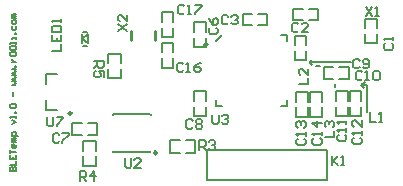
<source format=gto>
G04 Layer_Color=65535*
%FSLAX44Y44*%
%MOMM*%
G71*
G01*
G75*
%ADD27C,0.2032*%
%ADD28C,0.2000*%
%ADD29C,0.2540*%
%ADD38C,0.2500*%
%ADD39C,0.1500*%
%ADD40C,0.1270*%
%ADD41C,0.1520*%
%ADD42C,0.1524*%
%ADD43C,0.1400*%
D27*
X934416Y614364D02*
Y619364D01*
X929415D02*
X934416D01*
Y559364D02*
Y564364D01*
X929415Y559364D02*
X934416D01*
X874416Y614364D02*
X879416Y619364D01*
X874416Y559364D02*
Y564364D01*
Y559364D02*
X879416D01*
X974480Y575252D02*
Y578252D01*
X968006Y581946D02*
X971006D01*
X959006Y592946D02*
X962006D01*
D28*
X730500Y578000D02*
Y586500D01*
X739500D01*
X730500Y555500D02*
Y564000D01*
Y555500D02*
X739500D01*
X866100Y496300D02*
X967700D01*
Y521700D01*
X866100Y496300D02*
Y521700D01*
X967700D01*
X761500Y622250D02*
X764500D01*
X761500Y609750D02*
X764500D01*
X765540Y612190D02*
Y619810D01*
X760460Y616000D02*
X765540Y619810D01*
X760460Y616000D02*
X765540Y612190D01*
X760460D02*
Y619810D01*
D29*
X824000Y519500D02*
G03*
X824000Y519500I-1250J0D01*
G01*
X822000Y615000D02*
Y623000D01*
X802000Y615000D02*
Y623000D01*
D38*
X751750Y553000D02*
G03*
X751750Y553000I-1250J0D01*
G01*
X866666Y611364D02*
G03*
X866666Y611364I-1250J0D01*
G01*
D39*
X786750Y520000D02*
X818250D01*
X786750Y552500D02*
X818500D01*
X786750Y520000D02*
Y521500D01*
Y551250D02*
Y552500D01*
X818750Y551250D02*
Y552500D01*
X818250Y520000D02*
Y521500D01*
X997164Y576752D02*
X1000212Y579800D01*
X1001609Y554273D02*
Y576752D01*
X953476Y596056D02*
X988528D01*
X997164Y576752D02*
X999704D01*
X997164D02*
X999450Y574466D01*
X999704Y576752D02*
X1001609D01*
X953476Y596056D02*
Y596564D01*
X955254Y598342D01*
X953476Y595548D02*
Y596056D01*
Y595548D02*
X955254Y593770D01*
D40*
X963756Y549946D02*
Y557946D01*
Y562946D02*
Y570946D01*
X953756D02*
X963756D01*
X953756Y562946D02*
Y570946D01*
Y549946D02*
Y557946D01*
Y549946D02*
X963756D01*
X793500Y582500D02*
Y590500D01*
Y595500D02*
Y603500D01*
X782500D02*
X793500D01*
X782500Y595500D02*
Y603500D01*
Y582500D02*
Y590500D01*
Y582500D02*
X793500D01*
X828000Y630500D02*
Y638500D01*
Y617500D02*
Y625500D01*
Y617500D02*
X838000D01*
Y625500D01*
Y630500D02*
Y638500D01*
X828000D02*
X838000D01*
Y591500D02*
Y599500D01*
Y604500D02*
Y612500D01*
X828000D02*
X838000D01*
X828000Y604500D02*
Y612500D01*
Y591500D02*
Y599500D01*
Y591500D02*
X838000D01*
X752500Y535000D02*
X760500D01*
X765500D02*
X773500D01*
Y545000D01*
X765500D02*
X773500D01*
X752500D02*
X760500D01*
X752500Y535000D02*
Y545000D01*
X761500Y529500D02*
X772500D01*
Y521500D02*
Y529500D01*
Y508500D02*
Y516500D01*
X761500Y508500D02*
X772500D01*
X761500D02*
Y516500D01*
Y521500D02*
Y529500D01*
X835500Y519500D02*
Y530500D01*
X843500D01*
X848500D02*
X856500D01*
Y519500D02*
Y530500D01*
X848500Y519500D02*
X856500D01*
X835500D02*
X843500D01*
X865258Y550504D02*
Y558504D01*
Y563504D02*
Y571504D01*
X855258D02*
X865258D01*
X855258Y563504D02*
Y571504D01*
Y550504D02*
Y558504D01*
Y550504D02*
X865258D01*
X951872Y549996D02*
Y557996D01*
Y562996D02*
Y570996D01*
X941872D02*
X951872D01*
X941872Y562996D02*
Y570996D01*
Y549996D02*
Y557996D01*
Y549996D02*
X951872D01*
X978328Y592420D02*
X986328D01*
X965328D02*
X973328D01*
X965328Y582420D02*
Y592420D01*
Y582420D02*
X973328D01*
X978328D02*
X986328D01*
Y592420D01*
X950602Y597748D02*
Y605748D01*
Y610748D02*
Y618748D01*
X940602D02*
X950602D01*
X940602Y610748D02*
Y618748D01*
Y597748D02*
Y605748D01*
Y597748D02*
X950602D01*
X855512Y622178D02*
Y630178D01*
Y609178D02*
Y617178D01*
Y609178D02*
X865512D01*
Y617178D01*
Y622178D02*
Y630178D01*
X855512D02*
X865512D01*
X909506Y637494D02*
X917506D01*
X896506D02*
X904506D01*
X896506Y627494D02*
Y637494D01*
Y627494D02*
X904506D01*
X909506D02*
X917506D01*
Y637494D01*
X939420Y631696D02*
X947420D01*
X952420D02*
X960420D01*
Y641696D01*
X952420D02*
X960420D01*
X939420D02*
X947420D01*
X939420Y631696D02*
Y641696D01*
X1000292Y625226D02*
Y633226D01*
Y612226D02*
Y620226D01*
Y612226D02*
X1010292D01*
Y620226D01*
Y625226D02*
Y633226D01*
X1000292D02*
X1010292D01*
X985400Y550758D02*
Y558758D01*
Y563758D02*
Y571758D01*
X975400D02*
X985400D01*
X975400Y563758D02*
Y571758D01*
Y550758D02*
Y558758D01*
Y550758D02*
X985400D01*
X997084D02*
Y558758D01*
Y563758D02*
Y571758D01*
X987084D02*
X997084D01*
X987084Y563758D02*
Y571758D01*
Y550758D02*
Y558758D01*
Y550758D02*
X997084D01*
D41*
X771000Y597000D02*
X778997D01*
Y593001D01*
X777664Y591668D01*
X774999D01*
X773666Y593001D01*
Y597000D01*
Y594334D02*
X771000Y591668D01*
X778997Y583671D02*
Y589003D01*
X774999D01*
X776332Y586337D01*
Y585004D01*
X774999Y583671D01*
X772333D01*
X771000Y585004D01*
Y587670D01*
X772333Y589003D01*
X735003Y606000D02*
X743000D01*
Y611332D01*
X735003Y619329D02*
Y613997D01*
X743000D01*
Y619329D01*
X739001Y613997D02*
Y616663D01*
X735003Y621995D02*
X743000D01*
Y625994D01*
X741667Y627327D01*
X736336D01*
X735003Y625994D01*
Y621995D01*
X743000Y629992D02*
Y632658D01*
Y631325D01*
X735003D01*
X736336Y629992D01*
X972000Y516997D02*
Y509000D01*
Y511666D01*
X977332Y516997D01*
X973333Y512999D01*
X977332Y509000D01*
X979997D02*
X982663D01*
X981330D01*
Y516997D01*
X979997Y515664D01*
X741332Y534664D02*
X739999Y535997D01*
X737333D01*
X736000Y534664D01*
Y529333D01*
X737333Y528000D01*
X739999D01*
X741332Y529333D01*
X743997Y535997D02*
X749329D01*
Y534664D01*
X743997Y529333D01*
Y528000D01*
X731000Y549997D02*
Y543333D01*
X732333Y542000D01*
X734999D01*
X736332Y543333D01*
Y549997D01*
X738997D02*
X744329D01*
Y548665D01*
X738997Y543333D01*
Y542000D01*
X846332Y594664D02*
X844999Y595997D01*
X842333D01*
X841000Y594664D01*
Y589333D01*
X842333Y588000D01*
X844999D01*
X846332Y589333D01*
X848997Y588000D02*
X851663D01*
X850330D01*
Y595997D01*
X848997Y594664D01*
X860994Y595997D02*
X858328Y594664D01*
X855662Y591999D01*
Y589333D01*
X856995Y588000D01*
X859661D01*
X860994Y589333D01*
Y590666D01*
X859661Y591999D01*
X855662D01*
X847332Y643664D02*
X845999Y644997D01*
X843333D01*
X842000Y643664D01*
Y638333D01*
X843333Y637000D01*
X845999D01*
X847332Y638333D01*
X849997Y637000D02*
X852663D01*
X851330D01*
Y644997D01*
X849997Y643664D01*
X856662Y644997D02*
X861994D01*
Y643664D01*
X856662Y638333D01*
Y637000D01*
X791003Y623000D02*
X799000Y628332D01*
X791003D02*
X799000Y623000D01*
Y636329D02*
Y630997D01*
X793668Y636329D01*
X792336D01*
X791003Y634996D01*
Y632330D01*
X792336Y630997D01*
D42*
X956972Y531792D02*
X955639Y530459D01*
Y527793D01*
X956972Y526460D01*
X962303D01*
X963636Y527793D01*
Y530459D01*
X962303Y531792D01*
X963636Y534457D02*
Y537123D01*
Y535790D01*
X955639D01*
X956972Y534457D01*
X963636Y545121D02*
X955639D01*
X959637Y541122D01*
Y546454D01*
X797000Y514997D02*
Y508333D01*
X798333Y507000D01*
X800999D01*
X802332Y508333D01*
Y514997D01*
X810329Y507000D02*
X804997D01*
X810329Y512332D01*
Y513665D01*
X808996Y514997D01*
X806330D01*
X804997Y513665D01*
X1004276Y553761D02*
Y545764D01*
X1009608D01*
X1012273D02*
X1014939D01*
X1013606D01*
Y553761D01*
X1012273Y552429D01*
X990753Y532300D02*
X989421Y530967D01*
Y528301D01*
X990753Y526968D01*
X996085D01*
X997418Y528301D01*
Y530967D01*
X996085Y532300D01*
X997418Y534965D02*
Y537631D01*
Y536298D01*
X989421D01*
X990753Y534965D01*
X997418Y546962D02*
Y541630D01*
X992086Y546962D01*
X990753D01*
X989421Y545629D01*
Y542963D01*
X990753Y541630D01*
X977800Y534840D02*
X976467Y533507D01*
Y530841D01*
X977800Y529508D01*
X983131D01*
X984464Y530841D01*
Y533507D01*
X983131Y534840D01*
X984464Y537505D02*
Y540171D01*
Y538838D01*
X976467D01*
X977800Y537505D01*
X984464Y544170D02*
Y546836D01*
Y545503D01*
X976467D01*
X977800Y544170D01*
X871000Y551997D02*
Y545333D01*
X872333Y544000D01*
X874999D01*
X876332Y545333D01*
Y551997D01*
X878997Y550664D02*
X880330Y551997D01*
X882996D01*
X884329Y550664D01*
Y549332D01*
X882996Y547999D01*
X881663D01*
X882996D01*
X884329Y546666D01*
Y545333D01*
X882996Y544000D01*
X880330D01*
X878997Y545333D01*
X1017336Y612332D02*
X1016003Y610999D01*
Y608333D01*
X1017336Y607000D01*
X1022667D01*
X1024000Y608333D01*
Y610999D01*
X1022667Y612332D01*
X1024000Y614997D02*
Y617663D01*
Y616330D01*
X1016003D01*
X1017336Y614997D01*
X943822Y628374D02*
X942489Y629707D01*
X939823D01*
X938490Y628374D01*
Y623043D01*
X939823Y621710D01*
X942489D01*
X943822Y623043D01*
X951819Y621710D02*
X946487D01*
X951819Y627042D01*
Y628374D01*
X950486Y629707D01*
X947820D01*
X946487Y628374D01*
X884386Y634978D02*
X883053Y636311D01*
X880387D01*
X879054Y634978D01*
Y629647D01*
X880387Y628314D01*
X883053D01*
X884386Y629647D01*
X887051Y634978D02*
X888384Y636311D01*
X891050D01*
X892383Y634978D01*
Y633646D01*
X891050Y632313D01*
X889717D01*
X891050D01*
X892383Y630980D01*
Y629647D01*
X891050Y628314D01*
X888384D01*
X887051Y629647D01*
X869088Y625518D02*
X867755Y624185D01*
Y621519D01*
X869088Y620186D01*
X874419D01*
X875752Y621519D01*
Y624185D01*
X874419Y625518D01*
X867755Y633515D02*
X869088Y630849D01*
X871753Y628183D01*
X874419D01*
X875752Y629516D01*
Y632182D01*
X874419Y633515D01*
X873086D01*
X871753Y632182D01*
Y628183D01*
X995638Y597640D02*
X994305Y598973D01*
X991639D01*
X990306Y597640D01*
Y592309D01*
X991639Y590976D01*
X994305D01*
X995638Y592309D01*
X998303D02*
X999636Y590976D01*
X1002302D01*
X1003635Y592309D01*
Y597640D01*
X1002302Y598973D01*
X999636D01*
X998303Y597640D01*
Y596308D01*
X999636Y594975D01*
X1003635D01*
X997924Y587734D02*
X996591Y589067D01*
X993925D01*
X992592Y587734D01*
Y582403D01*
X993925Y581070D01*
X996591D01*
X997924Y582403D01*
X1000589Y581070D02*
X1003255D01*
X1001922D01*
Y589067D01*
X1000589Y587734D01*
X1007254D02*
X1008587Y589067D01*
X1011253D01*
X1012586Y587734D01*
Y582403D01*
X1011253Y581070D01*
X1008587D01*
X1007254Y582403D01*
Y587734D01*
X943255Y531538D02*
X941923Y530205D01*
Y527539D01*
X943255Y526206D01*
X948587D01*
X949920Y527539D01*
Y530205D01*
X948587Y531538D01*
X949920Y534203D02*
Y536869D01*
Y535536D01*
X941923D01*
X943255Y534203D01*
Y540868D02*
X941923Y542201D01*
Y544867D01*
X943255Y546200D01*
X944588D01*
X945921Y544867D01*
Y543534D01*
Y544867D01*
X947254Y546200D01*
X948587D01*
X949920Y544867D01*
Y542201D01*
X948587Y540868D01*
X943955Y577514D02*
X951952D01*
Y582846D01*
Y590843D02*
Y585511D01*
X946620Y590843D01*
X945287D01*
X943955Y589510D01*
Y586844D01*
X945287Y585511D01*
X966053Y533064D02*
X974050D01*
Y538396D01*
X967385Y541061D02*
X966053Y542394D01*
Y545060D01*
X967385Y546393D01*
X968718D01*
X970051Y545060D01*
Y543727D01*
Y545060D01*
X971384Y546393D01*
X972717D01*
X974050Y545060D01*
Y542394D01*
X972717Y541061D01*
X1000974Y643423D02*
X1006306Y635426D01*
Y643423D02*
X1000974Y635426D01*
X1008971D02*
X1011637D01*
X1010304D01*
Y643423D01*
X1008971Y642091D01*
X854332Y546665D02*
X852999Y547997D01*
X850333D01*
X849000Y546665D01*
Y541333D01*
X850333Y540000D01*
X852999D01*
X854332Y541333D01*
X856997Y546665D02*
X858330Y547997D01*
X860996D01*
X862329Y546665D01*
Y545332D01*
X860996Y543999D01*
X862329Y542666D01*
Y541333D01*
X860996Y540000D01*
X858330D01*
X856997Y541333D01*
Y542666D01*
X858330Y543999D01*
X856997Y545332D01*
Y546665D01*
X858330Y543999D02*
X860996D01*
X860000Y522000D02*
Y529997D01*
X863999D01*
X865332Y528665D01*
Y525999D01*
X863999Y524666D01*
X860000D01*
X862666D02*
X865332Y522000D01*
X867997Y528665D02*
X869330Y529997D01*
X871996D01*
X873329Y528665D01*
Y527332D01*
X871996Y525999D01*
X870663D01*
X871996D01*
X873329Y524666D01*
Y523333D01*
X871996Y522000D01*
X869330D01*
X867997Y523333D01*
X759000Y496000D02*
Y503997D01*
X762999D01*
X764332Y502664D01*
Y499999D01*
X762999Y498666D01*
X759000D01*
X761666D02*
X764332Y496000D01*
X770996D02*
Y503997D01*
X766997Y499999D01*
X772329D01*
D43*
X700002Y504000D02*
X705000D01*
Y506499D01*
X704167Y507332D01*
X703334D01*
X702501Y506499D01*
Y504000D01*
Y506499D01*
X701668Y507332D01*
X700835D01*
X700002Y506499D01*
Y504000D01*
Y508998D02*
X705000D01*
Y512331D01*
X700002Y517329D02*
Y513997D01*
X705000D01*
Y517329D01*
X702501Y513997D02*
Y515663D01*
X700002Y518995D02*
Y522327D01*
Y520661D01*
X705000D01*
Y526493D02*
Y524827D01*
X704167Y523993D01*
X702501D01*
X701668Y524827D01*
Y526493D01*
X702501Y527326D01*
X703334D01*
Y523993D01*
X705000Y528992D02*
X701668D01*
Y529825D01*
X702501Y530658D01*
X705000D01*
X702501D01*
X701668Y531491D01*
X702501Y532324D01*
X705000D01*
X706666Y533990D02*
X701668D01*
Y536489D01*
X702501Y537322D01*
X704167D01*
X705000Y536489D01*
Y533990D01*
X701668Y543987D02*
X705000Y545653D01*
X701668Y547319D01*
X705000Y548985D02*
Y550651D01*
Y549818D01*
X700002D01*
X700835Y548985D01*
X705000Y553151D02*
X704167D01*
Y553984D01*
X705000D01*
Y553151D01*
X700835Y557316D02*
X700002Y558149D01*
Y559815D01*
X700835Y560648D01*
X704167D01*
X705000Y559815D01*
Y558149D01*
X704167Y557316D01*
X700835D01*
X702501Y567313D02*
Y570645D01*
X701668Y577309D02*
X704167D01*
X705000Y578143D01*
X704167Y578975D01*
X705000Y579809D01*
X704167Y580642D01*
X701668D01*
Y582308D02*
X704167D01*
X705000Y583141D01*
X704167Y583974D01*
X705000Y584807D01*
X704167Y585640D01*
X701668D01*
Y587306D02*
X704167D01*
X705000Y588139D01*
X704167Y588972D01*
X705000Y589805D01*
X704167Y590638D01*
X701668D01*
X705000Y592304D02*
X704167D01*
Y593138D01*
X705000D01*
Y592304D01*
X701668Y596470D02*
X705000D01*
X703334D01*
X702501Y597303D01*
X701668Y598136D01*
Y598969D01*
X700835Y601468D02*
X700002Y602301D01*
Y603967D01*
X700835Y604800D01*
X704167D01*
X705000Y603967D01*
Y602301D01*
X704167Y601468D01*
X700835D01*
Y606466D02*
X700002Y607300D01*
Y608966D01*
X700835Y609799D01*
X704167D01*
X705000Y608966D01*
Y607300D01*
X704167Y606466D01*
X700835D01*
X705000Y611465D02*
Y613131D01*
Y612298D01*
X700002D01*
Y611465D01*
X705000Y615630D02*
Y617296D01*
Y616463D01*
X701668D01*
Y615630D01*
X705000Y619795D02*
X704167D01*
Y620629D01*
X705000D01*
Y619795D01*
X701668Y627293D02*
Y624794D01*
X702501Y623961D01*
X704167D01*
X705000Y624794D01*
Y627293D01*
Y629792D02*
Y631458D01*
X704167Y632291D01*
X702501D01*
X701668Y631458D01*
Y629792D01*
X702501Y628959D01*
X704167D01*
X705000Y629792D01*
Y633958D02*
X701668D01*
Y634791D01*
X702501Y635624D01*
X705000D01*
X702501D01*
X701668Y636457D01*
X702501Y637290D01*
X705000D01*
M02*

</source>
